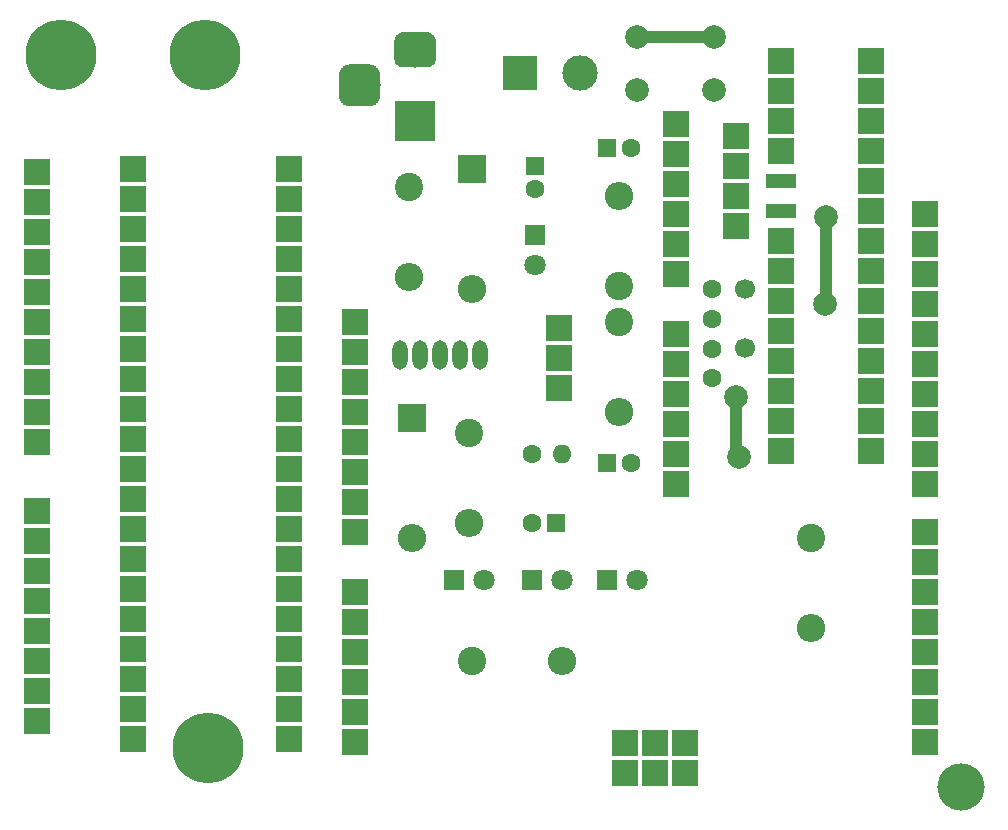
<source format=gbr>
G04 #@! TF.GenerationSoftware,KiCad,Pcbnew,(5.1.2)-2*
G04 #@! TF.CreationDate,2020-05-15T03:36:29+07:00*
G04 #@! TF.ProjectId,raspberypi_data,72617370-6265-4727-9970-695f64617461,rev?*
G04 #@! TF.SameCoordinates,Original*
G04 #@! TF.FileFunction,Copper,L1,Top*
G04 #@! TF.FilePolarity,Positive*
%FSLAX46Y46*%
G04 Gerber Fmt 4.6, Leading zero omitted, Abs format (unit mm)*
G04 Created by KiCad (PCBNEW (5.1.2)-2) date 2020-05-15 03:36:29*
%MOMM*%
%LPD*%
G04 APERTURE LIST*
%ADD10R,2.200000X2.200000*%
%ADD11C,1.600000*%
%ADD12R,1.600000X1.600000*%
%ADD13O,2.400000X2.400000*%
%ADD14R,2.400000X2.400000*%
%ADD15R,1.800000X1.800000*%
%ADD16C,1.800000*%
%ADD17R,3.500000X3.500000*%
%ADD18C,0.100000*%
%ADD19C,3.000000*%
%ADD20C,3.500000*%
%ADD21R,3.000000X3.000000*%
%ADD22O,1.600000X1.600000*%
%ADD23C,2.400000*%
%ADD24C,2.000000*%
%ADD25O,1.275000X2.500000*%
%ADD26R,2.500000X1.200000*%
%ADD27C,1.700000*%
%ADD28C,4.000000*%
%ADD29C,6.000000*%
%ADD30C,1.000000*%
G04 APERTURE END LIST*
D10*
X92964000Y-102489000D03*
X92964000Y-105029000D03*
X95504000Y-105029000D03*
X95504000Y-102489000D03*
X98044000Y-105029000D03*
X70104000Y-89662000D03*
X70104000Y-84582000D03*
X70104000Y-82042000D03*
X70104000Y-79502000D03*
X70104000Y-76962000D03*
X70104000Y-74422000D03*
X70104000Y-71882000D03*
X70104000Y-69342000D03*
X118364000Y-102362000D03*
X118364000Y-99822000D03*
X118364000Y-97282000D03*
X118364000Y-94742000D03*
X118364000Y-92202000D03*
X118364000Y-89662000D03*
X118364000Y-87122000D03*
X118364000Y-84582000D03*
X118364000Y-65278000D03*
X118364000Y-80518000D03*
X118364000Y-77978000D03*
X118364000Y-75438000D03*
X118364000Y-57658000D03*
X118364000Y-60198000D03*
X118364000Y-62738000D03*
X118364000Y-67818000D03*
X118364000Y-70358000D03*
X118364000Y-72898000D03*
X70104000Y-66802000D03*
X70104000Y-92202000D03*
X70104000Y-94742000D03*
X70104000Y-97282000D03*
X70104000Y-99822000D03*
X70104000Y-102362000D03*
X98044000Y-102489000D03*
X51308000Y-53848000D03*
X51308000Y-56388000D03*
X51308000Y-58928000D03*
X51308000Y-61468000D03*
X51308000Y-64008000D03*
X51308000Y-66548000D03*
X51308000Y-69088000D03*
X51308000Y-71628000D03*
X51308000Y-74168000D03*
X51308000Y-76708000D03*
X51308000Y-79248000D03*
X51308000Y-81788000D03*
X51308000Y-84328000D03*
X51308000Y-86868000D03*
X51308000Y-89408000D03*
X51308000Y-91948000D03*
X51308000Y-94488000D03*
X51308000Y-97028000D03*
X51308000Y-99568000D03*
X51308000Y-102108000D03*
X64516000Y-102108000D03*
X64516000Y-99568000D03*
X64516000Y-97028000D03*
X64516000Y-94488000D03*
X64516000Y-91948000D03*
X64516000Y-89408000D03*
X64516000Y-86868000D03*
X64516000Y-84328000D03*
X64516000Y-81788000D03*
X64516000Y-79248000D03*
X64516000Y-76708000D03*
X64516000Y-74168000D03*
X64516000Y-71628000D03*
X64516000Y-69088000D03*
X64516000Y-66548000D03*
X64516000Y-64008000D03*
X64516000Y-61468000D03*
X64516000Y-58928000D03*
X64516000Y-56388000D03*
X64516000Y-53848000D03*
X43180000Y-76962000D03*
X43180000Y-74422000D03*
X43180000Y-71882000D03*
X43180000Y-69342000D03*
X43180000Y-66802000D03*
X43180000Y-64262000D03*
X43180000Y-61722000D03*
X43180000Y-59182000D03*
X43180000Y-56642000D03*
X43180000Y-54102000D03*
X43180000Y-100584000D03*
X43180000Y-98044000D03*
X43180000Y-95504000D03*
X43180000Y-92964000D03*
X43180000Y-90424000D03*
X43180000Y-87884000D03*
X43180000Y-85344000D03*
X43180000Y-82804000D03*
D11*
X85344000Y-55594000D03*
D12*
X85344000Y-53594000D03*
X91440000Y-78740000D03*
D11*
X93440000Y-78740000D03*
D12*
X87090000Y-83820000D03*
D11*
X85090000Y-83820000D03*
X93440000Y-52070000D03*
D12*
X91440000Y-52070000D03*
D13*
X80010000Y-64008000D03*
D14*
X80010000Y-53848000D03*
D15*
X85344000Y-59436000D03*
D16*
X85344000Y-61976000D03*
X87630000Y-88646000D03*
D15*
X85090000Y-88646000D03*
X91440000Y-88646000D03*
D16*
X93980000Y-88646000D03*
D14*
X74930000Y-74930000D03*
D13*
X74930000Y-85090000D03*
D16*
X81026000Y-88646000D03*
D15*
X78486000Y-88646000D03*
D17*
X75184000Y-49784000D03*
D18*
G36*
X76257513Y-42287611D02*
G01*
X76330318Y-42298411D01*
X76401714Y-42316295D01*
X76471013Y-42341090D01*
X76537548Y-42372559D01*
X76600678Y-42410398D01*
X76659795Y-42454242D01*
X76714330Y-42503670D01*
X76763758Y-42558205D01*
X76807602Y-42617322D01*
X76845441Y-42680452D01*
X76876910Y-42746987D01*
X76901705Y-42816286D01*
X76919589Y-42887682D01*
X76930389Y-42960487D01*
X76934000Y-43034000D01*
X76934000Y-44534000D01*
X76930389Y-44607513D01*
X76919589Y-44680318D01*
X76901705Y-44751714D01*
X76876910Y-44821013D01*
X76845441Y-44887548D01*
X76807602Y-44950678D01*
X76763758Y-45009795D01*
X76714330Y-45064330D01*
X76659795Y-45113758D01*
X76600678Y-45157602D01*
X76537548Y-45195441D01*
X76471013Y-45226910D01*
X76401714Y-45251705D01*
X76330318Y-45269589D01*
X76257513Y-45280389D01*
X76184000Y-45284000D01*
X74184000Y-45284000D01*
X74110487Y-45280389D01*
X74037682Y-45269589D01*
X73966286Y-45251705D01*
X73896987Y-45226910D01*
X73830452Y-45195441D01*
X73767322Y-45157602D01*
X73708205Y-45113758D01*
X73653670Y-45064330D01*
X73604242Y-45009795D01*
X73560398Y-44950678D01*
X73522559Y-44887548D01*
X73491090Y-44821013D01*
X73466295Y-44751714D01*
X73448411Y-44680318D01*
X73437611Y-44607513D01*
X73434000Y-44534000D01*
X73434000Y-43034000D01*
X73437611Y-42960487D01*
X73448411Y-42887682D01*
X73466295Y-42816286D01*
X73491090Y-42746987D01*
X73522559Y-42680452D01*
X73560398Y-42617322D01*
X73604242Y-42558205D01*
X73653670Y-42503670D01*
X73708205Y-42454242D01*
X73767322Y-42410398D01*
X73830452Y-42372559D01*
X73896987Y-42341090D01*
X73966286Y-42316295D01*
X74037682Y-42298411D01*
X74110487Y-42287611D01*
X74184000Y-42284000D01*
X76184000Y-42284000D01*
X76257513Y-42287611D01*
X76257513Y-42287611D01*
G37*
D19*
X75184000Y-43784000D03*
D18*
G36*
X71444765Y-45038213D02*
G01*
X71529704Y-45050813D01*
X71612999Y-45071677D01*
X71693848Y-45100605D01*
X71771472Y-45137319D01*
X71845124Y-45181464D01*
X71914094Y-45232616D01*
X71977718Y-45290282D01*
X72035384Y-45353906D01*
X72086536Y-45422876D01*
X72130681Y-45496528D01*
X72167395Y-45574152D01*
X72196323Y-45655001D01*
X72217187Y-45738296D01*
X72229787Y-45823235D01*
X72234000Y-45909000D01*
X72234000Y-47659000D01*
X72229787Y-47744765D01*
X72217187Y-47829704D01*
X72196323Y-47912999D01*
X72167395Y-47993848D01*
X72130681Y-48071472D01*
X72086536Y-48145124D01*
X72035384Y-48214094D01*
X71977718Y-48277718D01*
X71914094Y-48335384D01*
X71845124Y-48386536D01*
X71771472Y-48430681D01*
X71693848Y-48467395D01*
X71612999Y-48496323D01*
X71529704Y-48517187D01*
X71444765Y-48529787D01*
X71359000Y-48534000D01*
X69609000Y-48534000D01*
X69523235Y-48529787D01*
X69438296Y-48517187D01*
X69355001Y-48496323D01*
X69274152Y-48467395D01*
X69196528Y-48430681D01*
X69122876Y-48386536D01*
X69053906Y-48335384D01*
X68990282Y-48277718D01*
X68932616Y-48214094D01*
X68881464Y-48145124D01*
X68837319Y-48071472D01*
X68800605Y-47993848D01*
X68771677Y-47912999D01*
X68750813Y-47829704D01*
X68738213Y-47744765D01*
X68734000Y-47659000D01*
X68734000Y-45909000D01*
X68738213Y-45823235D01*
X68750813Y-45738296D01*
X68771677Y-45655001D01*
X68800605Y-45574152D01*
X68837319Y-45496528D01*
X68881464Y-45422876D01*
X68932616Y-45353906D01*
X68990282Y-45290282D01*
X69053906Y-45232616D01*
X69122876Y-45181464D01*
X69196528Y-45137319D01*
X69274152Y-45100605D01*
X69355001Y-45071677D01*
X69438296Y-45050813D01*
X69523235Y-45038213D01*
X69609000Y-45034000D01*
X71359000Y-45034000D01*
X71444765Y-45038213D01*
X71444765Y-45038213D01*
G37*
D20*
X70484000Y-46784000D03*
D10*
X97282000Y-50038000D03*
X97282000Y-52578000D03*
X97282000Y-55118000D03*
X97282000Y-57658000D03*
X97282000Y-60198000D03*
X97282000Y-62738000D03*
D21*
X84074000Y-45720000D03*
D19*
X89154000Y-45720000D03*
D10*
X102362000Y-51054000D03*
X102362000Y-53594000D03*
X102362000Y-56134000D03*
X102362000Y-58674000D03*
X97282000Y-67818000D03*
X97282000Y-70358000D03*
X97282000Y-72898000D03*
X97282000Y-75438000D03*
X97282000Y-77978000D03*
X97282000Y-80518000D03*
D11*
X85090000Y-77978000D03*
D22*
X87630000Y-77978000D03*
D23*
X74676000Y-55372000D03*
D13*
X74676000Y-62992000D03*
X87630000Y-95504000D03*
D23*
X80010000Y-95504000D03*
X108712000Y-85090000D03*
D13*
X108712000Y-92710000D03*
X92456000Y-74422000D03*
D23*
X92456000Y-66802000D03*
X79756000Y-76200000D03*
D13*
X79756000Y-83820000D03*
X92456000Y-56134000D03*
D23*
X92456000Y-63754000D03*
D10*
X87376000Y-72390000D03*
X87376000Y-69850000D03*
X87376000Y-67310000D03*
D24*
X93980000Y-47172000D03*
X93980000Y-42672000D03*
X100480000Y-47172000D03*
X100480000Y-42672000D03*
D25*
X73914000Y-69596000D03*
X75614000Y-69596000D03*
X77314000Y-69596000D03*
X79014000Y-69596000D03*
X80714000Y-69596000D03*
D10*
X106172000Y-44704000D03*
X113792000Y-77724000D03*
X106172000Y-47244000D03*
X113792000Y-75184000D03*
X106172000Y-49784000D03*
X113792000Y-72644000D03*
X106172000Y-52324000D03*
X113792000Y-70104000D03*
D26*
X106172000Y-54864000D03*
D10*
X113792000Y-67564000D03*
D26*
X106172000Y-57404000D03*
D10*
X113792000Y-65024000D03*
X106172000Y-59944000D03*
X113792000Y-62484000D03*
X106172000Y-62484000D03*
X113792000Y-59944000D03*
X106172000Y-65024000D03*
X113792000Y-57404000D03*
X106172000Y-67564000D03*
X113792000Y-54864000D03*
X106172000Y-70104000D03*
X113792000Y-52324000D03*
X106172000Y-72644000D03*
X113792000Y-49784000D03*
X106172000Y-75184000D03*
X113792000Y-47244000D03*
X106172000Y-77724000D03*
X113792000Y-44704000D03*
D27*
X103124000Y-64008000D03*
X103124000Y-69008000D03*
D11*
X100330000Y-64048000D03*
X100330000Y-66548000D03*
X100330000Y-69088000D03*
X100330000Y-71588000D03*
D28*
X121412000Y-106172000D03*
D29*
X57658000Y-102870000D03*
X45212000Y-44196000D03*
X57404000Y-44196000D03*
D24*
X109982000Y-57912000D03*
X109886002Y-65278000D03*
X102362000Y-73152000D03*
X102616000Y-78232000D03*
D30*
X109982000Y-65182002D02*
X109886002Y-65278000D01*
X109982000Y-57912000D02*
X109982000Y-65182002D01*
X93980000Y-42672000D02*
X100480000Y-42672000D01*
X102362000Y-77978000D02*
X102616000Y-78232000D01*
X102362000Y-73152000D02*
X102362000Y-77978000D01*
M02*

</source>
